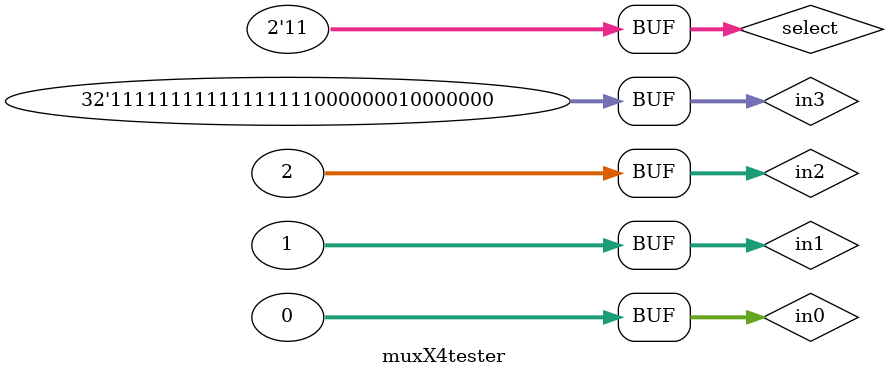
<source format=v>
/* PURPOSE: Test bed for 32X4 multiplexer
 * INPUT: None
 * OUTPUT: None
 * Conor O'Connell
 * 5/5/2016
 */
 
 module muxX4tester();
  reg [31:0] in0;
  reg [31:0] in1;
  reg [31:0] in2;
  reg [31:0] in3;
  reg [1:0] select;
  wire [31:0] out;
  
  mux32x4 mux_2(in0, in1, in2, in3, select, out);
  
  initial 
    begin
      #2
      in0 = 0;
      in1 = 1;
      in2 = 2;
      in3 = 3;
      select = 'b00;
      #5
      select = 'b01;
      #5
      select = 'b10;
      #5
      select = 'b11;
      #5
      in3 = 'hFFFF8080;
      #5;
    end
endmodule
</source>
